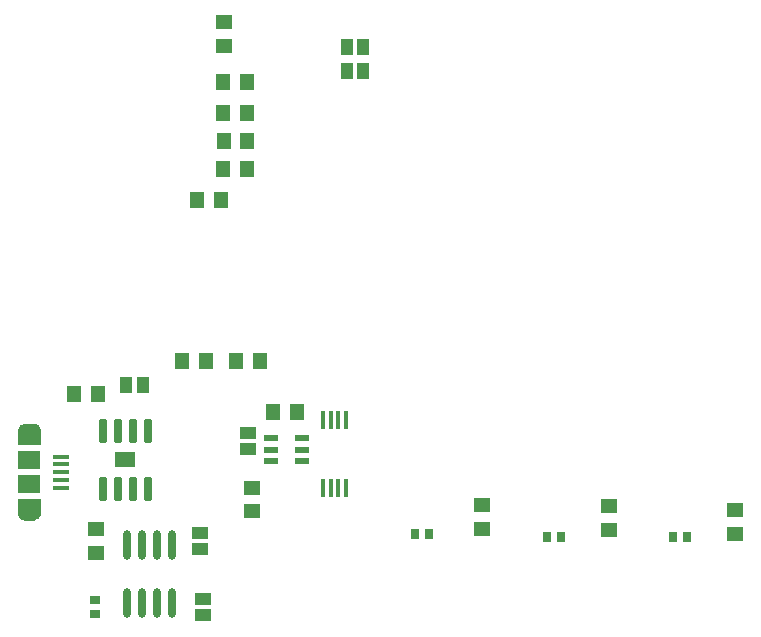
<source format=gbp>
%FSLAX23Y23*%
%MOIN*%
%SFA1B1*%

%IPPOS*%
%AMD78*
4,1,8,0.011800,-0.035800,0.011800,0.035800,0.008900,0.038800,-0.008900,0.038800,-0.011800,0.035800,-0.011800,-0.035800,-0.008900,-0.038800,0.008900,-0.038800,0.011800,-0.035800,0.0*
1,1,0.005900,0.008900,-0.035800*
1,1,0.005900,0.008900,0.035800*
1,1,0.005900,-0.008900,0.035800*
1,1,0.005900,-0.008900,-0.035800*
%
%AMD82*
4,1,8,-0.007900,0.028700,-0.007900,-0.028700,-0.005900,-0.030700,0.005900,-0.030700,0.007900,-0.028700,0.007900,0.028700,0.005900,0.030700,-0.005900,0.030700,-0.007900,0.028700,0.0*
1,1,0.003940,-0.005900,0.028700*
1,1,0.003940,-0.005900,-0.028700*
1,1,0.003940,0.005900,-0.028700*
1,1,0.003940,0.005900,0.028700*
%
%ADD16R,0.047240X0.057090*%
%ADD17R,0.043310X0.053150*%
%ADD19R,0.029530X0.035430*%
%ADD21R,0.053150X0.043310*%
%ADD31R,0.035430X0.029530*%
%ADD32R,0.057090X0.047240*%
%ADD75C,0.019680*%
%ADD76R,0.074800X0.059060*%
%ADD77R,0.053150X0.015750*%
G04~CAMADD=78~8~0.0~0.0~775.6~236.2~29.5~0.0~15~0.0~0.0~0.0~0.0~0~0.0~0.0~0.0~0.0~0~0.0~0.0~0.0~270.0~236.0~776.0*
%ADD78D78*%
%ADD80O,0.027560X0.098430*%
%ADD81R,0.047240X0.021650*%
G04~CAMADD=82~8~0.0~0.0~614.2~157.5~19.7~0.0~15~0.0~0.0~0.0~0.0~0~0.0~0.0~0.0~0.0~0~0.0~0.0~0.0~90.0~158.0~614.0*
%ADD82D82*%
%LNmtb_telemetry_system_pcb-1*%
%LPD*%
G36*
X3928Y2609D02*
X3928Y2609D01*
X3928Y2608*
X3928Y2607*
Y2607*
X3928Y2606*
X3928Y2605*
X3928Y2604*
X3927Y2603*
X3927Y2603*
Y2610*
X3928Y2609*
G37*
G36*
X3927Y2622D02*
Y2602D01*
X3927Y2603*
Y2602*
X3946*
Y2551*
X3872*
Y2602*
X3891*
Y2606*
X3885Y2604*
X3887Y2607*
X3890Y2610*
X3891Y2611*
Y2622*
X3927*
G37*
G36*
X4260Y2476D02*
X4195D01*
Y2527*
X4260*
Y2476*
G37*
G36*
X3946Y2318D02*
X3927D01*
Y2317*
X3927Y2317*
X3928Y2315*
X3928Y2314*
X3928Y2314*
Y2313*
X3928Y2312*
X3928Y2312*
X3928Y2311*
X3927Y2311*
Y2317*
X3927Y2318*
Y2299*
X3891*
Y2310*
X3890Y2310*
X3889Y2312*
X3887Y2314*
X3885Y2316*
X3891Y2315*
Y2318*
X3872*
Y2370*
X3946*
Y2318*
G37*
%LNmtb_telemetry_system_pcb-2*%
%LPC*%
G36*
X3927Y2602D02*
D01*
G37*
G36*
X3926D02*
X3891D01*
X3926*
G37*
G36*
Y2318D02*
X3891D01*
X3926*
G37*
%LNmtb_telemetry_system_pcb-3*%
%LPD*%
G54D16*
X4468Y3366D03*
X4547D03*
X4801Y2662D03*
X4722D03*
X4556Y3563D03*
X4635D03*
X4555Y3659D03*
X4634D03*
X4554Y3760D03*
X4633D03*
X4059Y2722D03*
X4138D03*
X4555Y3472D03*
X4634D03*
X4597Y2830D03*
X4676D03*
X4417D03*
X4496D03*
G54D17*
X4232Y2750D03*
X4287D03*
X4966Y3878D03*
X5021D03*
X4966Y3799D03*
X5021D03*
G54D19*
X6055Y2243D03*
X6102D03*
X5195Y2255D03*
X5242D03*
X5634Y2243D03*
X5681D03*
G54D21*
X4487Y1983D03*
Y2038D03*
X4638Y2591D03*
Y2536D03*
X4477Y2203D03*
Y2258D03*
G54D31*
X4127Y2034D03*
Y1987D03*
G54D32*
X4130Y2270D03*
Y2191D03*
X5840Y2346D03*
Y2267D03*
X6260Y2334D03*
Y2255D03*
X4558Y3881D03*
Y3960D03*
X4650Y2409D03*
Y2330D03*
X5416Y2351D03*
Y2272D03*
G54D75*
X3901Y2318D02*
D01*
D01*
G75*
G03X3881I-9J0D01*
G74*G01*
D01*
G75*
G03X3901I9J0D01*
G74*G01*
Y2602D02*
D01*
D01*
G75*
G03X3881I-9J0D01*
G74*G01*
D01*
G75*
G03X3901I9J0D01*
G74*G01*
X3937Y2318D02*
D01*
D01*
G75*
G03X3936Y2322I-9J0D01*
G74*G01*
D01*
D01*
G75*
G03X3918I-9J-3D01*
G74*G01*
D01*
D01*
G75*
G03X3937Y2318I9J-3D01*
G74*G01*
Y2602D02*
D01*
D01*
G75*
G03X3918Y2598I-9J0D01*
G74*G01*
D01*
D01*
G75*
G03X3936I9J3D01*
G74*G01*
D01*
D01*
G75*
G03X3937Y2602I-8J3D01*
G74*G01*
G54D76*
X3909Y2500D03*
Y2421D03*
G54D77*
X4015Y2511D03*
Y2486D03*
Y2460D03*
Y2435D03*
Y2409D03*
G54D78*
X4153Y2599D03*
X4203D03*
X4253D03*
X4303D03*
Y2404D03*
X4253D03*
X4203D03*
X4153D03*
G54D80*
X4234Y2216D03*
X4284D03*
X4334D03*
X4384D03*
X4234Y2023D03*
X4284D03*
X4334D03*
X4384D03*
G54D81*
X4817Y2573D03*
Y2535D03*
Y2498D03*
X4715D03*
Y2573D03*
Y2535D03*
G54D82*
X4964Y2634D03*
X4938D03*
X4913D03*
X4887D03*
Y2407D03*
X4913D03*
X4938D03*
X4964D03*
M02*
</source>
